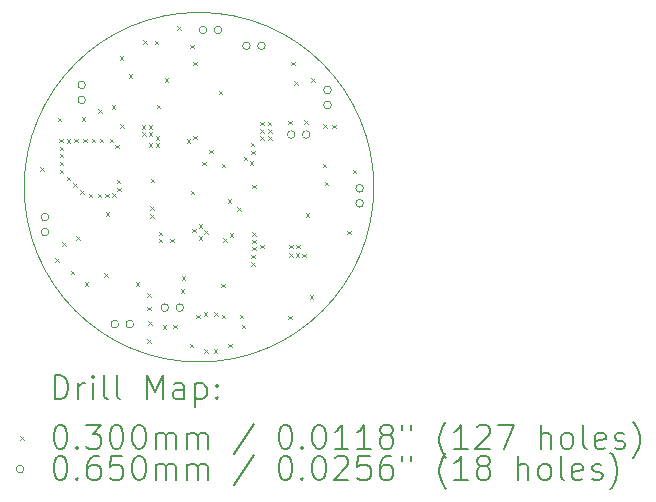
<source format=gbr>
%TF.GenerationSoftware,KiCad,Pcbnew,8.0.6*%
%TF.CreationDate,2025-07-21T23:47:09+02:00*%
%TF.ProjectId,STM32,53544d33-322e-46b6-9963-61645f706362,rev?*%
%TF.SameCoordinates,Original*%
%TF.FileFunction,Drillmap*%
%TF.FilePolarity,Positive*%
%FSLAX45Y45*%
G04 Gerber Fmt 4.5, Leading zero omitted, Abs format (unit mm)*
G04 Created by KiCad (PCBNEW 8.0.6) date 2025-07-21 23:47:09*
%MOMM*%
%LPD*%
G01*
G04 APERTURE LIST*
%ADD10C,0.050000*%
%ADD11C,0.200000*%
%ADD12C,0.100000*%
G04 APERTURE END LIST*
D10*
X15622000Y-8594000D02*
G75*
G02*
X12662000Y-8594000I-1480000J0D01*
G01*
X12662000Y-8594000D02*
G75*
G02*
X15622000Y-8594000I1480000J0D01*
G01*
D11*
D12*
X12797500Y-8425000D02*
X12827500Y-8455000D01*
X12827500Y-8425000D02*
X12797500Y-8455000D01*
X12922500Y-9197500D02*
X12952500Y-9227500D01*
X12952500Y-9197500D02*
X12922500Y-9227500D01*
X12945000Y-8007500D02*
X12975000Y-8037500D01*
X12975000Y-8007500D02*
X12945000Y-8037500D01*
X12960000Y-8185000D02*
X12990000Y-8215000D01*
X12990000Y-8185000D02*
X12960000Y-8215000D01*
X12961000Y-8250000D02*
X12991000Y-8280000D01*
X12991000Y-8250000D02*
X12961000Y-8280000D01*
X12962000Y-8312000D02*
X12992000Y-8342000D01*
X12992000Y-8312000D02*
X12962000Y-8342000D01*
X12962000Y-8380000D02*
X12992000Y-8410000D01*
X12992000Y-8380000D02*
X12962000Y-8410000D01*
X12963000Y-8446000D02*
X12993000Y-8476000D01*
X12993000Y-8446000D02*
X12963000Y-8476000D01*
X12983000Y-9059000D02*
X13013000Y-9089000D01*
X13013000Y-9059000D02*
X12983000Y-9089000D01*
X13022000Y-8187000D02*
X13052000Y-8217000D01*
X13052000Y-8187000D02*
X13022000Y-8217000D01*
X13022500Y-8505500D02*
X13052500Y-8535500D01*
X13052500Y-8505500D02*
X13022500Y-8535500D01*
X13055000Y-9302500D02*
X13085000Y-9332500D01*
X13085000Y-9302500D02*
X13055000Y-9332500D01*
X13076500Y-8559500D02*
X13106500Y-8589500D01*
X13106500Y-8559500D02*
X13076500Y-8589500D01*
X13085000Y-8185000D02*
X13115000Y-8215000D01*
X13115000Y-8185000D02*
X13085000Y-8215000D01*
X13104000Y-9009000D02*
X13134000Y-9039000D01*
X13134000Y-9009000D02*
X13104000Y-9039000D01*
X13138000Y-8621000D02*
X13168000Y-8651000D01*
X13168000Y-8621000D02*
X13138000Y-8651000D01*
X13147500Y-8002500D02*
X13177500Y-8032500D01*
X13177500Y-8002500D02*
X13147500Y-8032500D01*
X13160000Y-8185000D02*
X13190000Y-8215000D01*
X13190000Y-8185000D02*
X13160000Y-8215000D01*
X13173000Y-9399000D02*
X13203000Y-9429000D01*
X13203000Y-9399000D02*
X13173000Y-9429000D01*
X13210000Y-8649000D02*
X13240000Y-8679000D01*
X13240000Y-8649000D02*
X13210000Y-8679000D01*
X13235000Y-8185000D02*
X13265000Y-8215000D01*
X13265000Y-8185000D02*
X13235000Y-8215000D01*
X13283000Y-8648000D02*
X13313000Y-8678000D01*
X13313000Y-8648000D02*
X13283000Y-8678000D01*
X13290000Y-7935000D02*
X13320000Y-7965000D01*
X13320000Y-7935000D02*
X13290000Y-7965000D01*
X13300000Y-8185000D02*
X13330000Y-8215000D01*
X13330000Y-8185000D02*
X13300000Y-8215000D01*
X13341000Y-9321000D02*
X13371000Y-9351000D01*
X13371000Y-9321000D02*
X13341000Y-9351000D01*
X13346000Y-8648000D02*
X13376000Y-8678000D01*
X13376000Y-8648000D02*
X13346000Y-8678000D01*
X13352000Y-8807000D02*
X13382000Y-8837000D01*
X13382000Y-8807000D02*
X13352000Y-8837000D01*
X13385000Y-8185000D02*
X13415000Y-8215000D01*
X13415000Y-8185000D02*
X13385000Y-8215000D01*
X13403500Y-7899750D02*
X13433500Y-7929750D01*
X13433500Y-7899750D02*
X13403500Y-7929750D01*
X13407000Y-8646000D02*
X13437000Y-8676000D01*
X13437000Y-8646000D02*
X13407000Y-8676000D01*
X13435000Y-8235000D02*
X13465000Y-8265000D01*
X13465000Y-8235000D02*
X13435000Y-8265000D01*
X13447000Y-8530000D02*
X13477000Y-8560000D01*
X13477000Y-8530000D02*
X13447000Y-8560000D01*
X13448000Y-8600000D02*
X13478000Y-8630000D01*
X13478000Y-8600000D02*
X13448000Y-8630000D01*
X13470000Y-7485000D02*
X13500000Y-7515000D01*
X13500000Y-7485000D02*
X13470000Y-7515000D01*
X13475000Y-8060000D02*
X13505000Y-8090000D01*
X13505000Y-8060000D02*
X13475000Y-8090000D01*
X13547500Y-7636750D02*
X13577500Y-7666750D01*
X13577500Y-7636750D02*
X13547500Y-7666750D01*
X13608000Y-9398000D02*
X13638000Y-9428000D01*
X13638000Y-9398000D02*
X13608000Y-9428000D01*
X13659000Y-8071000D02*
X13689000Y-8101000D01*
X13689000Y-8071000D02*
X13659000Y-8101000D01*
X13661000Y-8129000D02*
X13691000Y-8159000D01*
X13691000Y-8129000D02*
X13661000Y-8159000D01*
X13667500Y-7350000D02*
X13697500Y-7380000D01*
X13697500Y-7350000D02*
X13667500Y-7380000D01*
X13705000Y-9492500D02*
X13735000Y-9522500D01*
X13735000Y-9492500D02*
X13705000Y-9522500D01*
X13705000Y-9607500D02*
X13735000Y-9637500D01*
X13735000Y-9607500D02*
X13705000Y-9637500D01*
X13705000Y-9882500D02*
X13735000Y-9912500D01*
X13735000Y-9882500D02*
X13705000Y-9912500D01*
X13712500Y-9730000D02*
X13742500Y-9760000D01*
X13742500Y-9730000D02*
X13712500Y-9760000D01*
X13715000Y-8070000D02*
X13745000Y-8100000D01*
X13745000Y-8070000D02*
X13715000Y-8100000D01*
X13715000Y-8223000D02*
X13745000Y-8253000D01*
X13745000Y-8223000D02*
X13715000Y-8253000D01*
X13716000Y-8128000D02*
X13746000Y-8158000D01*
X13746000Y-8128000D02*
X13716000Y-8158000D01*
X13728000Y-8755000D02*
X13758000Y-8785000D01*
X13758000Y-8755000D02*
X13728000Y-8785000D01*
X13728000Y-8825000D02*
X13758000Y-8855000D01*
X13758000Y-8825000D02*
X13728000Y-8855000D01*
X13732000Y-8524000D02*
X13762000Y-8554000D01*
X13762000Y-8524000D02*
X13732000Y-8554000D01*
X13767500Y-7352500D02*
X13797500Y-7382500D01*
X13797500Y-7352500D02*
X13767500Y-7382500D01*
X13774000Y-8221000D02*
X13804000Y-8251000D01*
X13804000Y-8221000D02*
X13774000Y-8251000D01*
X13777000Y-8161000D02*
X13807000Y-8191000D01*
X13807000Y-8161000D02*
X13777000Y-8191000D01*
X13785000Y-7897500D02*
X13815000Y-7927500D01*
X13815000Y-7897500D02*
X13785000Y-7927500D01*
X13801000Y-8972000D02*
X13831000Y-9002000D01*
X13831000Y-8972000D02*
X13801000Y-9002000D01*
X13802000Y-9030000D02*
X13832000Y-9060000D01*
X13832000Y-9030000D02*
X13802000Y-9060000D01*
X13835000Y-9765000D02*
X13865000Y-9795000D01*
X13865000Y-9765000D02*
X13835000Y-9795000D01*
X13852500Y-7670000D02*
X13882500Y-7700000D01*
X13882500Y-7670000D02*
X13852500Y-7700000D01*
X13897000Y-9029000D02*
X13927000Y-9059000D01*
X13927000Y-9029000D02*
X13897000Y-9059000D01*
X13923000Y-9758000D02*
X13953000Y-9788000D01*
X13953000Y-9758000D02*
X13923000Y-9788000D01*
X13957500Y-7232500D02*
X13987500Y-7262500D01*
X13987500Y-7232500D02*
X13957500Y-7262500D01*
X13988000Y-9457000D02*
X14018000Y-9487000D01*
X14018000Y-9457000D02*
X13988000Y-9487000D01*
X13997000Y-9350000D02*
X14027000Y-9380000D01*
X14027000Y-9350000D02*
X13997000Y-9380000D01*
X14038000Y-8190000D02*
X14068000Y-8220000D01*
X14068000Y-8190000D02*
X14038000Y-8220000D01*
X14063995Y-9919000D02*
X14093995Y-9949000D01*
X14093995Y-9919000D02*
X14063995Y-9949000D01*
X14067000Y-7388000D02*
X14097000Y-7418000D01*
X14097000Y-7388000D02*
X14067000Y-7418000D01*
X14072500Y-8625000D02*
X14102500Y-8655000D01*
X14102500Y-8625000D02*
X14072500Y-8655000D01*
X14084000Y-8946000D02*
X14114000Y-8976000D01*
X14114000Y-8946000D02*
X14084000Y-8976000D01*
X14092000Y-7530000D02*
X14122000Y-7560000D01*
X14122000Y-7530000D02*
X14092000Y-7560000D01*
X14095000Y-8158000D02*
X14125000Y-8188000D01*
X14125000Y-8158000D02*
X14095000Y-8188000D01*
X14120000Y-9672000D02*
X14150000Y-9702000D01*
X14150000Y-9672000D02*
X14120000Y-9702000D01*
X14140000Y-8907000D02*
X14170000Y-8937000D01*
X14170000Y-8907000D02*
X14140000Y-8937000D01*
X14140000Y-9008000D02*
X14170000Y-9038000D01*
X14170000Y-9008000D02*
X14140000Y-9038000D01*
X14170500Y-8377500D02*
X14200500Y-8407500D01*
X14200500Y-8377500D02*
X14170500Y-8407500D01*
X14182995Y-9652930D02*
X14212995Y-9682930D01*
X14212995Y-9652930D02*
X14182995Y-9682930D01*
X14186995Y-9967000D02*
X14216995Y-9997000D01*
X14216995Y-9967000D02*
X14186995Y-9997000D01*
X14188000Y-8960000D02*
X14218000Y-8990000D01*
X14218000Y-8960000D02*
X14188000Y-8990000D01*
X14228000Y-8278000D02*
X14258000Y-8308000D01*
X14258000Y-8278000D02*
X14228000Y-8308000D01*
X14266995Y-9965000D02*
X14296995Y-9995000D01*
X14296995Y-9965000D02*
X14266995Y-9995000D01*
X14268995Y-9650930D02*
X14298995Y-9680930D01*
X14298995Y-9650930D02*
X14268995Y-9680930D01*
X14309500Y-7778000D02*
X14339500Y-7808000D01*
X14339500Y-7778000D02*
X14309500Y-7808000D01*
X14331000Y-9412000D02*
X14361000Y-9442000D01*
X14361000Y-9412000D02*
X14331000Y-9442000D01*
X14335500Y-8395000D02*
X14365500Y-8425000D01*
X14365500Y-8395000D02*
X14335500Y-8425000D01*
X14336000Y-9672000D02*
X14366000Y-9702000D01*
X14366000Y-9672000D02*
X14336000Y-9702000D01*
X14348500Y-9024000D02*
X14378500Y-9054000D01*
X14378500Y-9024000D02*
X14348500Y-9054000D01*
X14385000Y-8695000D02*
X14415000Y-8725000D01*
X14415000Y-8695000D02*
X14385000Y-8725000D01*
X14389995Y-9919000D02*
X14419995Y-9949000D01*
X14419995Y-9919000D02*
X14389995Y-9949000D01*
X14404000Y-8986000D02*
X14434000Y-9016000D01*
X14434000Y-8986000D02*
X14404000Y-9016000D01*
X14464000Y-8762000D02*
X14494000Y-8792000D01*
X14494000Y-8762000D02*
X14464000Y-8792000D01*
X14487000Y-9674000D02*
X14517000Y-9704000D01*
X14517000Y-9674000D02*
X14487000Y-9704000D01*
X14503000Y-9757930D02*
X14533000Y-9787930D01*
X14533000Y-9757930D02*
X14503000Y-9787930D01*
X14520000Y-8336000D02*
X14550000Y-8366000D01*
X14550000Y-8336000D02*
X14520000Y-8366000D01*
X14572000Y-8375000D02*
X14602000Y-8405000D01*
X14602000Y-8375000D02*
X14572000Y-8405000D01*
X14578670Y-8217079D02*
X14608670Y-8247079D01*
X14608670Y-8217079D02*
X14578670Y-8247079D01*
X14582000Y-8287000D02*
X14612000Y-8317000D01*
X14612000Y-8287000D02*
X14582000Y-8317000D01*
X14584000Y-9166000D02*
X14614000Y-9196000D01*
X14614000Y-9166000D02*
X14584000Y-9196000D01*
X14585000Y-9231000D02*
X14615000Y-9261000D01*
X14615000Y-9231000D02*
X14585000Y-9261000D01*
X14592000Y-9037000D02*
X14622000Y-9067000D01*
X14622000Y-9037000D02*
X14592000Y-9067000D01*
X14592500Y-8575000D02*
X14622500Y-8605000D01*
X14622500Y-8575000D02*
X14592500Y-8605000D01*
X14593000Y-8977000D02*
X14623000Y-9007000D01*
X14623000Y-8977000D02*
X14593000Y-9007000D01*
X14593000Y-9097000D02*
X14623000Y-9127000D01*
X14623000Y-9097000D02*
X14593000Y-9127000D01*
X14659000Y-8039000D02*
X14689000Y-8069000D01*
X14689000Y-8039000D02*
X14659000Y-8069000D01*
X14659000Y-9081000D02*
X14689000Y-9111000D01*
X14689000Y-9081000D02*
X14659000Y-9111000D01*
X14660000Y-8102000D02*
X14690000Y-8132000D01*
X14690000Y-8102000D02*
X14660000Y-8132000D01*
X14660000Y-8161000D02*
X14690000Y-8191000D01*
X14690000Y-8161000D02*
X14660000Y-8191000D01*
X14725000Y-8039000D02*
X14755000Y-8069000D01*
X14755000Y-8039000D02*
X14725000Y-8069000D01*
X14726000Y-8162000D02*
X14756000Y-8192000D01*
X14756000Y-8162000D02*
X14726000Y-8192000D01*
X14727000Y-8101000D02*
X14757000Y-8131000D01*
X14757000Y-8101000D02*
X14727000Y-8131000D01*
X14898000Y-9684000D02*
X14928000Y-9714000D01*
X14928000Y-9684000D02*
X14898000Y-9714000D01*
X14899000Y-8030000D02*
X14929000Y-8060000D01*
X14929000Y-8030000D02*
X14899000Y-8060000D01*
X14907000Y-9081000D02*
X14937000Y-9111000D01*
X14937000Y-9081000D02*
X14907000Y-9111000D01*
X14907000Y-9154000D02*
X14937000Y-9184000D01*
X14937000Y-9154000D02*
X14907000Y-9184000D01*
X14925000Y-7532500D02*
X14955000Y-7562500D01*
X14955000Y-7532500D02*
X14925000Y-7562500D01*
X14950000Y-7695000D02*
X14980000Y-7725000D01*
X14980000Y-7695000D02*
X14950000Y-7725000D01*
X14962000Y-9155000D02*
X14992000Y-9185000D01*
X14992000Y-9155000D02*
X14962000Y-9185000D01*
X14966000Y-9081000D02*
X14996000Y-9111000D01*
X14996000Y-9081000D02*
X14966000Y-9111000D01*
X15017000Y-9156000D02*
X15047000Y-9186000D01*
X15047000Y-9156000D02*
X15017000Y-9186000D01*
X15032000Y-8029000D02*
X15062000Y-8059000D01*
X15062000Y-8029000D02*
X15032000Y-8059000D01*
X15046000Y-8814000D02*
X15076000Y-8844000D01*
X15076000Y-8814000D02*
X15046000Y-8844000D01*
X15080000Y-9510000D02*
X15110000Y-9540000D01*
X15110000Y-9510000D02*
X15080000Y-9540000D01*
X15090000Y-7671000D02*
X15120000Y-7701000D01*
X15120000Y-7671000D02*
X15090000Y-7701000D01*
X15190000Y-8395000D02*
X15220000Y-8425000D01*
X15220000Y-8395000D02*
X15190000Y-8425000D01*
X15195000Y-8062000D02*
X15225000Y-8092000D01*
X15225000Y-8062000D02*
X15195000Y-8092000D01*
X15206000Y-8548000D02*
X15236000Y-8578000D01*
X15236000Y-8548000D02*
X15206000Y-8578000D01*
X15269000Y-8064000D02*
X15299000Y-8094000D01*
X15299000Y-8064000D02*
X15269000Y-8094000D01*
X15395000Y-8962500D02*
X15425000Y-8992500D01*
X15425000Y-8962500D02*
X15395000Y-8992500D01*
X15445000Y-8445000D02*
X15475000Y-8475000D01*
X15475000Y-8445000D02*
X15445000Y-8475000D01*
X12870500Y-8847000D02*
G75*
G02*
X12805500Y-8847000I-32500J0D01*
G01*
X12805500Y-8847000D02*
G75*
G02*
X12870500Y-8847000I32500J0D01*
G01*
X12870500Y-8974000D02*
G75*
G02*
X12805500Y-8974000I-32500J0D01*
G01*
X12805500Y-8974000D02*
G75*
G02*
X12870500Y-8974000I32500J0D01*
G01*
X13181500Y-7727750D02*
G75*
G02*
X13116500Y-7727750I-32500J0D01*
G01*
X13116500Y-7727750D02*
G75*
G02*
X13181500Y-7727750I32500J0D01*
G01*
X13181500Y-7854750D02*
G75*
G02*
X13116500Y-7854750I-32500J0D01*
G01*
X13116500Y-7854750D02*
G75*
G02*
X13181500Y-7854750I32500J0D01*
G01*
X13461500Y-9752500D02*
G75*
G02*
X13396500Y-9752500I-32500J0D01*
G01*
X13396500Y-9752500D02*
G75*
G02*
X13461500Y-9752500I32500J0D01*
G01*
X13588500Y-9752500D02*
G75*
G02*
X13523500Y-9752500I-32500J0D01*
G01*
X13523500Y-9752500D02*
G75*
G02*
X13588500Y-9752500I32500J0D01*
G01*
X13885500Y-9614000D02*
G75*
G02*
X13820500Y-9614000I-32500J0D01*
G01*
X13820500Y-9614000D02*
G75*
G02*
X13885500Y-9614000I32500J0D01*
G01*
X14012500Y-9614000D02*
G75*
G02*
X13947500Y-9614000I-32500J0D01*
G01*
X13947500Y-9614000D02*
G75*
G02*
X14012500Y-9614000I32500J0D01*
G01*
X14208000Y-7263000D02*
G75*
G02*
X14143000Y-7263000I-32500J0D01*
G01*
X14143000Y-7263000D02*
G75*
G02*
X14208000Y-7263000I32500J0D01*
G01*
X14335000Y-7263000D02*
G75*
G02*
X14270000Y-7263000I-32500J0D01*
G01*
X14270000Y-7263000D02*
G75*
G02*
X14335000Y-7263000I32500J0D01*
G01*
X14576000Y-7397000D02*
G75*
G02*
X14511000Y-7397000I-32500J0D01*
G01*
X14511000Y-7397000D02*
G75*
G02*
X14576000Y-7397000I32500J0D01*
G01*
X14703000Y-7397000D02*
G75*
G02*
X14638000Y-7397000I-32500J0D01*
G01*
X14638000Y-7397000D02*
G75*
G02*
X14703000Y-7397000I32500J0D01*
G01*
X14954000Y-8149000D02*
G75*
G02*
X14889000Y-8149000I-32500J0D01*
G01*
X14889000Y-8149000D02*
G75*
G02*
X14954000Y-8149000I32500J0D01*
G01*
X15081000Y-8149000D02*
G75*
G02*
X15016000Y-8149000I-32500J0D01*
G01*
X15016000Y-8149000D02*
G75*
G02*
X15081000Y-8149000I32500J0D01*
G01*
X15263000Y-7770500D02*
G75*
G02*
X15198000Y-7770500I-32500J0D01*
G01*
X15198000Y-7770500D02*
G75*
G02*
X15263000Y-7770500I32500J0D01*
G01*
X15263000Y-7897500D02*
G75*
G02*
X15198000Y-7897500I-32500J0D01*
G01*
X15198000Y-7897500D02*
G75*
G02*
X15263000Y-7897500I32500J0D01*
G01*
X15534000Y-8603500D02*
G75*
G02*
X15469000Y-8603500I-32500J0D01*
G01*
X15469000Y-8603500D02*
G75*
G02*
X15534000Y-8603500I32500J0D01*
G01*
X15534000Y-8730500D02*
G75*
G02*
X15469000Y-8730500I-32500J0D01*
G01*
X15469000Y-8730500D02*
G75*
G02*
X15534000Y-8730500I32500J0D01*
G01*
D11*
X12920277Y-10387984D02*
X12920277Y-10187984D01*
X12920277Y-10187984D02*
X12967896Y-10187984D01*
X12967896Y-10187984D02*
X12996467Y-10197508D01*
X12996467Y-10197508D02*
X13015515Y-10216555D01*
X13015515Y-10216555D02*
X13025039Y-10235603D01*
X13025039Y-10235603D02*
X13034562Y-10273698D01*
X13034562Y-10273698D02*
X13034562Y-10302270D01*
X13034562Y-10302270D02*
X13025039Y-10340365D01*
X13025039Y-10340365D02*
X13015515Y-10359412D01*
X13015515Y-10359412D02*
X12996467Y-10378460D01*
X12996467Y-10378460D02*
X12967896Y-10387984D01*
X12967896Y-10387984D02*
X12920277Y-10387984D01*
X13120277Y-10387984D02*
X13120277Y-10254650D01*
X13120277Y-10292746D02*
X13129801Y-10273698D01*
X13129801Y-10273698D02*
X13139324Y-10264174D01*
X13139324Y-10264174D02*
X13158372Y-10254650D01*
X13158372Y-10254650D02*
X13177420Y-10254650D01*
X13244086Y-10387984D02*
X13244086Y-10254650D01*
X13244086Y-10187984D02*
X13234562Y-10197508D01*
X13234562Y-10197508D02*
X13244086Y-10207031D01*
X13244086Y-10207031D02*
X13253610Y-10197508D01*
X13253610Y-10197508D02*
X13244086Y-10187984D01*
X13244086Y-10187984D02*
X13244086Y-10207031D01*
X13367896Y-10387984D02*
X13348848Y-10378460D01*
X13348848Y-10378460D02*
X13339324Y-10359412D01*
X13339324Y-10359412D02*
X13339324Y-10187984D01*
X13472658Y-10387984D02*
X13453610Y-10378460D01*
X13453610Y-10378460D02*
X13444086Y-10359412D01*
X13444086Y-10359412D02*
X13444086Y-10187984D01*
X13701229Y-10387984D02*
X13701229Y-10187984D01*
X13701229Y-10187984D02*
X13767896Y-10330841D01*
X13767896Y-10330841D02*
X13834562Y-10187984D01*
X13834562Y-10187984D02*
X13834562Y-10387984D01*
X14015515Y-10387984D02*
X14015515Y-10283222D01*
X14015515Y-10283222D02*
X14005991Y-10264174D01*
X14005991Y-10264174D02*
X13986943Y-10254650D01*
X13986943Y-10254650D02*
X13948848Y-10254650D01*
X13948848Y-10254650D02*
X13929801Y-10264174D01*
X14015515Y-10378460D02*
X13996467Y-10387984D01*
X13996467Y-10387984D02*
X13948848Y-10387984D01*
X13948848Y-10387984D02*
X13929801Y-10378460D01*
X13929801Y-10378460D02*
X13920277Y-10359412D01*
X13920277Y-10359412D02*
X13920277Y-10340365D01*
X13920277Y-10340365D02*
X13929801Y-10321317D01*
X13929801Y-10321317D02*
X13948848Y-10311793D01*
X13948848Y-10311793D02*
X13996467Y-10311793D01*
X13996467Y-10311793D02*
X14015515Y-10302270D01*
X14110753Y-10254650D02*
X14110753Y-10454650D01*
X14110753Y-10264174D02*
X14129801Y-10254650D01*
X14129801Y-10254650D02*
X14167896Y-10254650D01*
X14167896Y-10254650D02*
X14186943Y-10264174D01*
X14186943Y-10264174D02*
X14196467Y-10273698D01*
X14196467Y-10273698D02*
X14205991Y-10292746D01*
X14205991Y-10292746D02*
X14205991Y-10349889D01*
X14205991Y-10349889D02*
X14196467Y-10368936D01*
X14196467Y-10368936D02*
X14186943Y-10378460D01*
X14186943Y-10378460D02*
X14167896Y-10387984D01*
X14167896Y-10387984D02*
X14129801Y-10387984D01*
X14129801Y-10387984D02*
X14110753Y-10378460D01*
X14291705Y-10368936D02*
X14301229Y-10378460D01*
X14301229Y-10378460D02*
X14291705Y-10387984D01*
X14291705Y-10387984D02*
X14282182Y-10378460D01*
X14282182Y-10378460D02*
X14291705Y-10368936D01*
X14291705Y-10368936D02*
X14291705Y-10387984D01*
X14291705Y-10264174D02*
X14301229Y-10273698D01*
X14301229Y-10273698D02*
X14291705Y-10283222D01*
X14291705Y-10283222D02*
X14282182Y-10273698D01*
X14282182Y-10273698D02*
X14291705Y-10264174D01*
X14291705Y-10264174D02*
X14291705Y-10283222D01*
D12*
X12629500Y-10701500D02*
X12659500Y-10731500D01*
X12659500Y-10701500D02*
X12629500Y-10731500D01*
D11*
X12958372Y-10607984D02*
X12977420Y-10607984D01*
X12977420Y-10607984D02*
X12996467Y-10617508D01*
X12996467Y-10617508D02*
X13005991Y-10627031D01*
X13005991Y-10627031D02*
X13015515Y-10646079D01*
X13015515Y-10646079D02*
X13025039Y-10684174D01*
X13025039Y-10684174D02*
X13025039Y-10731793D01*
X13025039Y-10731793D02*
X13015515Y-10769889D01*
X13015515Y-10769889D02*
X13005991Y-10788936D01*
X13005991Y-10788936D02*
X12996467Y-10798460D01*
X12996467Y-10798460D02*
X12977420Y-10807984D01*
X12977420Y-10807984D02*
X12958372Y-10807984D01*
X12958372Y-10807984D02*
X12939324Y-10798460D01*
X12939324Y-10798460D02*
X12929801Y-10788936D01*
X12929801Y-10788936D02*
X12920277Y-10769889D01*
X12920277Y-10769889D02*
X12910753Y-10731793D01*
X12910753Y-10731793D02*
X12910753Y-10684174D01*
X12910753Y-10684174D02*
X12920277Y-10646079D01*
X12920277Y-10646079D02*
X12929801Y-10627031D01*
X12929801Y-10627031D02*
X12939324Y-10617508D01*
X12939324Y-10617508D02*
X12958372Y-10607984D01*
X13110753Y-10788936D02*
X13120277Y-10798460D01*
X13120277Y-10798460D02*
X13110753Y-10807984D01*
X13110753Y-10807984D02*
X13101229Y-10798460D01*
X13101229Y-10798460D02*
X13110753Y-10788936D01*
X13110753Y-10788936D02*
X13110753Y-10807984D01*
X13186943Y-10607984D02*
X13310753Y-10607984D01*
X13310753Y-10607984D02*
X13244086Y-10684174D01*
X13244086Y-10684174D02*
X13272658Y-10684174D01*
X13272658Y-10684174D02*
X13291705Y-10693698D01*
X13291705Y-10693698D02*
X13301229Y-10703222D01*
X13301229Y-10703222D02*
X13310753Y-10722270D01*
X13310753Y-10722270D02*
X13310753Y-10769889D01*
X13310753Y-10769889D02*
X13301229Y-10788936D01*
X13301229Y-10788936D02*
X13291705Y-10798460D01*
X13291705Y-10798460D02*
X13272658Y-10807984D01*
X13272658Y-10807984D02*
X13215515Y-10807984D01*
X13215515Y-10807984D02*
X13196467Y-10798460D01*
X13196467Y-10798460D02*
X13186943Y-10788936D01*
X13434562Y-10607984D02*
X13453610Y-10607984D01*
X13453610Y-10607984D02*
X13472658Y-10617508D01*
X13472658Y-10617508D02*
X13482182Y-10627031D01*
X13482182Y-10627031D02*
X13491705Y-10646079D01*
X13491705Y-10646079D02*
X13501229Y-10684174D01*
X13501229Y-10684174D02*
X13501229Y-10731793D01*
X13501229Y-10731793D02*
X13491705Y-10769889D01*
X13491705Y-10769889D02*
X13482182Y-10788936D01*
X13482182Y-10788936D02*
X13472658Y-10798460D01*
X13472658Y-10798460D02*
X13453610Y-10807984D01*
X13453610Y-10807984D02*
X13434562Y-10807984D01*
X13434562Y-10807984D02*
X13415515Y-10798460D01*
X13415515Y-10798460D02*
X13405991Y-10788936D01*
X13405991Y-10788936D02*
X13396467Y-10769889D01*
X13396467Y-10769889D02*
X13386943Y-10731793D01*
X13386943Y-10731793D02*
X13386943Y-10684174D01*
X13386943Y-10684174D02*
X13396467Y-10646079D01*
X13396467Y-10646079D02*
X13405991Y-10627031D01*
X13405991Y-10627031D02*
X13415515Y-10617508D01*
X13415515Y-10617508D02*
X13434562Y-10607984D01*
X13625039Y-10607984D02*
X13644086Y-10607984D01*
X13644086Y-10607984D02*
X13663134Y-10617508D01*
X13663134Y-10617508D02*
X13672658Y-10627031D01*
X13672658Y-10627031D02*
X13682182Y-10646079D01*
X13682182Y-10646079D02*
X13691705Y-10684174D01*
X13691705Y-10684174D02*
X13691705Y-10731793D01*
X13691705Y-10731793D02*
X13682182Y-10769889D01*
X13682182Y-10769889D02*
X13672658Y-10788936D01*
X13672658Y-10788936D02*
X13663134Y-10798460D01*
X13663134Y-10798460D02*
X13644086Y-10807984D01*
X13644086Y-10807984D02*
X13625039Y-10807984D01*
X13625039Y-10807984D02*
X13605991Y-10798460D01*
X13605991Y-10798460D02*
X13596467Y-10788936D01*
X13596467Y-10788936D02*
X13586943Y-10769889D01*
X13586943Y-10769889D02*
X13577420Y-10731793D01*
X13577420Y-10731793D02*
X13577420Y-10684174D01*
X13577420Y-10684174D02*
X13586943Y-10646079D01*
X13586943Y-10646079D02*
X13596467Y-10627031D01*
X13596467Y-10627031D02*
X13605991Y-10617508D01*
X13605991Y-10617508D02*
X13625039Y-10607984D01*
X13777420Y-10807984D02*
X13777420Y-10674650D01*
X13777420Y-10693698D02*
X13786943Y-10684174D01*
X13786943Y-10684174D02*
X13805991Y-10674650D01*
X13805991Y-10674650D02*
X13834563Y-10674650D01*
X13834563Y-10674650D02*
X13853610Y-10684174D01*
X13853610Y-10684174D02*
X13863134Y-10703222D01*
X13863134Y-10703222D02*
X13863134Y-10807984D01*
X13863134Y-10703222D02*
X13872658Y-10684174D01*
X13872658Y-10684174D02*
X13891705Y-10674650D01*
X13891705Y-10674650D02*
X13920277Y-10674650D01*
X13920277Y-10674650D02*
X13939324Y-10684174D01*
X13939324Y-10684174D02*
X13948848Y-10703222D01*
X13948848Y-10703222D02*
X13948848Y-10807984D01*
X14044086Y-10807984D02*
X14044086Y-10674650D01*
X14044086Y-10693698D02*
X14053610Y-10684174D01*
X14053610Y-10684174D02*
X14072658Y-10674650D01*
X14072658Y-10674650D02*
X14101229Y-10674650D01*
X14101229Y-10674650D02*
X14120277Y-10684174D01*
X14120277Y-10684174D02*
X14129801Y-10703222D01*
X14129801Y-10703222D02*
X14129801Y-10807984D01*
X14129801Y-10703222D02*
X14139324Y-10684174D01*
X14139324Y-10684174D02*
X14158372Y-10674650D01*
X14158372Y-10674650D02*
X14186943Y-10674650D01*
X14186943Y-10674650D02*
X14205991Y-10684174D01*
X14205991Y-10684174D02*
X14215515Y-10703222D01*
X14215515Y-10703222D02*
X14215515Y-10807984D01*
X14605991Y-10598460D02*
X14434563Y-10855603D01*
X14863134Y-10607984D02*
X14882182Y-10607984D01*
X14882182Y-10607984D02*
X14901229Y-10617508D01*
X14901229Y-10617508D02*
X14910753Y-10627031D01*
X14910753Y-10627031D02*
X14920277Y-10646079D01*
X14920277Y-10646079D02*
X14929801Y-10684174D01*
X14929801Y-10684174D02*
X14929801Y-10731793D01*
X14929801Y-10731793D02*
X14920277Y-10769889D01*
X14920277Y-10769889D02*
X14910753Y-10788936D01*
X14910753Y-10788936D02*
X14901229Y-10798460D01*
X14901229Y-10798460D02*
X14882182Y-10807984D01*
X14882182Y-10807984D02*
X14863134Y-10807984D01*
X14863134Y-10807984D02*
X14844086Y-10798460D01*
X14844086Y-10798460D02*
X14834563Y-10788936D01*
X14834563Y-10788936D02*
X14825039Y-10769889D01*
X14825039Y-10769889D02*
X14815515Y-10731793D01*
X14815515Y-10731793D02*
X14815515Y-10684174D01*
X14815515Y-10684174D02*
X14825039Y-10646079D01*
X14825039Y-10646079D02*
X14834563Y-10627031D01*
X14834563Y-10627031D02*
X14844086Y-10617508D01*
X14844086Y-10617508D02*
X14863134Y-10607984D01*
X15015515Y-10788936D02*
X15025039Y-10798460D01*
X15025039Y-10798460D02*
X15015515Y-10807984D01*
X15015515Y-10807984D02*
X15005991Y-10798460D01*
X15005991Y-10798460D02*
X15015515Y-10788936D01*
X15015515Y-10788936D02*
X15015515Y-10807984D01*
X15148848Y-10607984D02*
X15167896Y-10607984D01*
X15167896Y-10607984D02*
X15186944Y-10617508D01*
X15186944Y-10617508D02*
X15196467Y-10627031D01*
X15196467Y-10627031D02*
X15205991Y-10646079D01*
X15205991Y-10646079D02*
X15215515Y-10684174D01*
X15215515Y-10684174D02*
X15215515Y-10731793D01*
X15215515Y-10731793D02*
X15205991Y-10769889D01*
X15205991Y-10769889D02*
X15196467Y-10788936D01*
X15196467Y-10788936D02*
X15186944Y-10798460D01*
X15186944Y-10798460D02*
X15167896Y-10807984D01*
X15167896Y-10807984D02*
X15148848Y-10807984D01*
X15148848Y-10807984D02*
X15129801Y-10798460D01*
X15129801Y-10798460D02*
X15120277Y-10788936D01*
X15120277Y-10788936D02*
X15110753Y-10769889D01*
X15110753Y-10769889D02*
X15101229Y-10731793D01*
X15101229Y-10731793D02*
X15101229Y-10684174D01*
X15101229Y-10684174D02*
X15110753Y-10646079D01*
X15110753Y-10646079D02*
X15120277Y-10627031D01*
X15120277Y-10627031D02*
X15129801Y-10617508D01*
X15129801Y-10617508D02*
X15148848Y-10607984D01*
X15405991Y-10807984D02*
X15291706Y-10807984D01*
X15348848Y-10807984D02*
X15348848Y-10607984D01*
X15348848Y-10607984D02*
X15329801Y-10636555D01*
X15329801Y-10636555D02*
X15310753Y-10655603D01*
X15310753Y-10655603D02*
X15291706Y-10665127D01*
X15596467Y-10807984D02*
X15482182Y-10807984D01*
X15539325Y-10807984D02*
X15539325Y-10607984D01*
X15539325Y-10607984D02*
X15520277Y-10636555D01*
X15520277Y-10636555D02*
X15501229Y-10655603D01*
X15501229Y-10655603D02*
X15482182Y-10665127D01*
X15710753Y-10693698D02*
X15691706Y-10684174D01*
X15691706Y-10684174D02*
X15682182Y-10674650D01*
X15682182Y-10674650D02*
X15672658Y-10655603D01*
X15672658Y-10655603D02*
X15672658Y-10646079D01*
X15672658Y-10646079D02*
X15682182Y-10627031D01*
X15682182Y-10627031D02*
X15691706Y-10617508D01*
X15691706Y-10617508D02*
X15710753Y-10607984D01*
X15710753Y-10607984D02*
X15748848Y-10607984D01*
X15748848Y-10607984D02*
X15767896Y-10617508D01*
X15767896Y-10617508D02*
X15777420Y-10627031D01*
X15777420Y-10627031D02*
X15786944Y-10646079D01*
X15786944Y-10646079D02*
X15786944Y-10655603D01*
X15786944Y-10655603D02*
X15777420Y-10674650D01*
X15777420Y-10674650D02*
X15767896Y-10684174D01*
X15767896Y-10684174D02*
X15748848Y-10693698D01*
X15748848Y-10693698D02*
X15710753Y-10693698D01*
X15710753Y-10693698D02*
X15691706Y-10703222D01*
X15691706Y-10703222D02*
X15682182Y-10712746D01*
X15682182Y-10712746D02*
X15672658Y-10731793D01*
X15672658Y-10731793D02*
X15672658Y-10769889D01*
X15672658Y-10769889D02*
X15682182Y-10788936D01*
X15682182Y-10788936D02*
X15691706Y-10798460D01*
X15691706Y-10798460D02*
X15710753Y-10807984D01*
X15710753Y-10807984D02*
X15748848Y-10807984D01*
X15748848Y-10807984D02*
X15767896Y-10798460D01*
X15767896Y-10798460D02*
X15777420Y-10788936D01*
X15777420Y-10788936D02*
X15786944Y-10769889D01*
X15786944Y-10769889D02*
X15786944Y-10731793D01*
X15786944Y-10731793D02*
X15777420Y-10712746D01*
X15777420Y-10712746D02*
X15767896Y-10703222D01*
X15767896Y-10703222D02*
X15748848Y-10693698D01*
X15863134Y-10607984D02*
X15863134Y-10646079D01*
X15939325Y-10607984D02*
X15939325Y-10646079D01*
X16234563Y-10884174D02*
X16225039Y-10874650D01*
X16225039Y-10874650D02*
X16205991Y-10846079D01*
X16205991Y-10846079D02*
X16196468Y-10827031D01*
X16196468Y-10827031D02*
X16186944Y-10798460D01*
X16186944Y-10798460D02*
X16177420Y-10750841D01*
X16177420Y-10750841D02*
X16177420Y-10712746D01*
X16177420Y-10712746D02*
X16186944Y-10665127D01*
X16186944Y-10665127D02*
X16196468Y-10636555D01*
X16196468Y-10636555D02*
X16205991Y-10617508D01*
X16205991Y-10617508D02*
X16225039Y-10588936D01*
X16225039Y-10588936D02*
X16234563Y-10579412D01*
X16415515Y-10807984D02*
X16301229Y-10807984D01*
X16358372Y-10807984D02*
X16358372Y-10607984D01*
X16358372Y-10607984D02*
X16339325Y-10636555D01*
X16339325Y-10636555D02*
X16320277Y-10655603D01*
X16320277Y-10655603D02*
X16301229Y-10665127D01*
X16491706Y-10627031D02*
X16501229Y-10617508D01*
X16501229Y-10617508D02*
X16520277Y-10607984D01*
X16520277Y-10607984D02*
X16567896Y-10607984D01*
X16567896Y-10607984D02*
X16586944Y-10617508D01*
X16586944Y-10617508D02*
X16596468Y-10627031D01*
X16596468Y-10627031D02*
X16605991Y-10646079D01*
X16605991Y-10646079D02*
X16605991Y-10665127D01*
X16605991Y-10665127D02*
X16596468Y-10693698D01*
X16596468Y-10693698D02*
X16482182Y-10807984D01*
X16482182Y-10807984D02*
X16605991Y-10807984D01*
X16672658Y-10607984D02*
X16805991Y-10607984D01*
X16805991Y-10607984D02*
X16720277Y-10807984D01*
X17034563Y-10807984D02*
X17034563Y-10607984D01*
X17120277Y-10807984D02*
X17120277Y-10703222D01*
X17120277Y-10703222D02*
X17110753Y-10684174D01*
X17110753Y-10684174D02*
X17091706Y-10674650D01*
X17091706Y-10674650D02*
X17063134Y-10674650D01*
X17063134Y-10674650D02*
X17044087Y-10684174D01*
X17044087Y-10684174D02*
X17034563Y-10693698D01*
X17244087Y-10807984D02*
X17225039Y-10798460D01*
X17225039Y-10798460D02*
X17215515Y-10788936D01*
X17215515Y-10788936D02*
X17205992Y-10769889D01*
X17205992Y-10769889D02*
X17205992Y-10712746D01*
X17205992Y-10712746D02*
X17215515Y-10693698D01*
X17215515Y-10693698D02*
X17225039Y-10684174D01*
X17225039Y-10684174D02*
X17244087Y-10674650D01*
X17244087Y-10674650D02*
X17272658Y-10674650D01*
X17272658Y-10674650D02*
X17291706Y-10684174D01*
X17291706Y-10684174D02*
X17301230Y-10693698D01*
X17301230Y-10693698D02*
X17310753Y-10712746D01*
X17310753Y-10712746D02*
X17310753Y-10769889D01*
X17310753Y-10769889D02*
X17301230Y-10788936D01*
X17301230Y-10788936D02*
X17291706Y-10798460D01*
X17291706Y-10798460D02*
X17272658Y-10807984D01*
X17272658Y-10807984D02*
X17244087Y-10807984D01*
X17425039Y-10807984D02*
X17405992Y-10798460D01*
X17405992Y-10798460D02*
X17396468Y-10779412D01*
X17396468Y-10779412D02*
X17396468Y-10607984D01*
X17577420Y-10798460D02*
X17558373Y-10807984D01*
X17558373Y-10807984D02*
X17520277Y-10807984D01*
X17520277Y-10807984D02*
X17501230Y-10798460D01*
X17501230Y-10798460D02*
X17491706Y-10779412D01*
X17491706Y-10779412D02*
X17491706Y-10703222D01*
X17491706Y-10703222D02*
X17501230Y-10684174D01*
X17501230Y-10684174D02*
X17520277Y-10674650D01*
X17520277Y-10674650D02*
X17558373Y-10674650D01*
X17558373Y-10674650D02*
X17577420Y-10684174D01*
X17577420Y-10684174D02*
X17586944Y-10703222D01*
X17586944Y-10703222D02*
X17586944Y-10722270D01*
X17586944Y-10722270D02*
X17491706Y-10741317D01*
X17663134Y-10798460D02*
X17682182Y-10807984D01*
X17682182Y-10807984D02*
X17720277Y-10807984D01*
X17720277Y-10807984D02*
X17739325Y-10798460D01*
X17739325Y-10798460D02*
X17748849Y-10779412D01*
X17748849Y-10779412D02*
X17748849Y-10769889D01*
X17748849Y-10769889D02*
X17739325Y-10750841D01*
X17739325Y-10750841D02*
X17720277Y-10741317D01*
X17720277Y-10741317D02*
X17691706Y-10741317D01*
X17691706Y-10741317D02*
X17672658Y-10731793D01*
X17672658Y-10731793D02*
X17663134Y-10712746D01*
X17663134Y-10712746D02*
X17663134Y-10703222D01*
X17663134Y-10703222D02*
X17672658Y-10684174D01*
X17672658Y-10684174D02*
X17691706Y-10674650D01*
X17691706Y-10674650D02*
X17720277Y-10674650D01*
X17720277Y-10674650D02*
X17739325Y-10684174D01*
X17815515Y-10884174D02*
X17825039Y-10874650D01*
X17825039Y-10874650D02*
X17844087Y-10846079D01*
X17844087Y-10846079D02*
X17853611Y-10827031D01*
X17853611Y-10827031D02*
X17863134Y-10798460D01*
X17863134Y-10798460D02*
X17872658Y-10750841D01*
X17872658Y-10750841D02*
X17872658Y-10712746D01*
X17872658Y-10712746D02*
X17863134Y-10665127D01*
X17863134Y-10665127D02*
X17853611Y-10636555D01*
X17853611Y-10636555D02*
X17844087Y-10617508D01*
X17844087Y-10617508D02*
X17825039Y-10588936D01*
X17825039Y-10588936D02*
X17815515Y-10579412D01*
D12*
X12659500Y-10980500D02*
G75*
G02*
X12594500Y-10980500I-32500J0D01*
G01*
X12594500Y-10980500D02*
G75*
G02*
X12659500Y-10980500I32500J0D01*
G01*
D11*
X12958372Y-10871984D02*
X12977420Y-10871984D01*
X12977420Y-10871984D02*
X12996467Y-10881508D01*
X12996467Y-10881508D02*
X13005991Y-10891031D01*
X13005991Y-10891031D02*
X13015515Y-10910079D01*
X13015515Y-10910079D02*
X13025039Y-10948174D01*
X13025039Y-10948174D02*
X13025039Y-10995793D01*
X13025039Y-10995793D02*
X13015515Y-11033889D01*
X13015515Y-11033889D02*
X13005991Y-11052936D01*
X13005991Y-11052936D02*
X12996467Y-11062460D01*
X12996467Y-11062460D02*
X12977420Y-11071984D01*
X12977420Y-11071984D02*
X12958372Y-11071984D01*
X12958372Y-11071984D02*
X12939324Y-11062460D01*
X12939324Y-11062460D02*
X12929801Y-11052936D01*
X12929801Y-11052936D02*
X12920277Y-11033889D01*
X12920277Y-11033889D02*
X12910753Y-10995793D01*
X12910753Y-10995793D02*
X12910753Y-10948174D01*
X12910753Y-10948174D02*
X12920277Y-10910079D01*
X12920277Y-10910079D02*
X12929801Y-10891031D01*
X12929801Y-10891031D02*
X12939324Y-10881508D01*
X12939324Y-10881508D02*
X12958372Y-10871984D01*
X13110753Y-11052936D02*
X13120277Y-11062460D01*
X13120277Y-11062460D02*
X13110753Y-11071984D01*
X13110753Y-11071984D02*
X13101229Y-11062460D01*
X13101229Y-11062460D02*
X13110753Y-11052936D01*
X13110753Y-11052936D02*
X13110753Y-11071984D01*
X13291705Y-10871984D02*
X13253610Y-10871984D01*
X13253610Y-10871984D02*
X13234562Y-10881508D01*
X13234562Y-10881508D02*
X13225039Y-10891031D01*
X13225039Y-10891031D02*
X13205991Y-10919603D01*
X13205991Y-10919603D02*
X13196467Y-10957698D01*
X13196467Y-10957698D02*
X13196467Y-11033889D01*
X13196467Y-11033889D02*
X13205991Y-11052936D01*
X13205991Y-11052936D02*
X13215515Y-11062460D01*
X13215515Y-11062460D02*
X13234562Y-11071984D01*
X13234562Y-11071984D02*
X13272658Y-11071984D01*
X13272658Y-11071984D02*
X13291705Y-11062460D01*
X13291705Y-11062460D02*
X13301229Y-11052936D01*
X13301229Y-11052936D02*
X13310753Y-11033889D01*
X13310753Y-11033889D02*
X13310753Y-10986270D01*
X13310753Y-10986270D02*
X13301229Y-10967222D01*
X13301229Y-10967222D02*
X13291705Y-10957698D01*
X13291705Y-10957698D02*
X13272658Y-10948174D01*
X13272658Y-10948174D02*
X13234562Y-10948174D01*
X13234562Y-10948174D02*
X13215515Y-10957698D01*
X13215515Y-10957698D02*
X13205991Y-10967222D01*
X13205991Y-10967222D02*
X13196467Y-10986270D01*
X13491705Y-10871984D02*
X13396467Y-10871984D01*
X13396467Y-10871984D02*
X13386943Y-10967222D01*
X13386943Y-10967222D02*
X13396467Y-10957698D01*
X13396467Y-10957698D02*
X13415515Y-10948174D01*
X13415515Y-10948174D02*
X13463134Y-10948174D01*
X13463134Y-10948174D02*
X13482182Y-10957698D01*
X13482182Y-10957698D02*
X13491705Y-10967222D01*
X13491705Y-10967222D02*
X13501229Y-10986270D01*
X13501229Y-10986270D02*
X13501229Y-11033889D01*
X13501229Y-11033889D02*
X13491705Y-11052936D01*
X13491705Y-11052936D02*
X13482182Y-11062460D01*
X13482182Y-11062460D02*
X13463134Y-11071984D01*
X13463134Y-11071984D02*
X13415515Y-11071984D01*
X13415515Y-11071984D02*
X13396467Y-11062460D01*
X13396467Y-11062460D02*
X13386943Y-11052936D01*
X13625039Y-10871984D02*
X13644086Y-10871984D01*
X13644086Y-10871984D02*
X13663134Y-10881508D01*
X13663134Y-10881508D02*
X13672658Y-10891031D01*
X13672658Y-10891031D02*
X13682182Y-10910079D01*
X13682182Y-10910079D02*
X13691705Y-10948174D01*
X13691705Y-10948174D02*
X13691705Y-10995793D01*
X13691705Y-10995793D02*
X13682182Y-11033889D01*
X13682182Y-11033889D02*
X13672658Y-11052936D01*
X13672658Y-11052936D02*
X13663134Y-11062460D01*
X13663134Y-11062460D02*
X13644086Y-11071984D01*
X13644086Y-11071984D02*
X13625039Y-11071984D01*
X13625039Y-11071984D02*
X13605991Y-11062460D01*
X13605991Y-11062460D02*
X13596467Y-11052936D01*
X13596467Y-11052936D02*
X13586943Y-11033889D01*
X13586943Y-11033889D02*
X13577420Y-10995793D01*
X13577420Y-10995793D02*
X13577420Y-10948174D01*
X13577420Y-10948174D02*
X13586943Y-10910079D01*
X13586943Y-10910079D02*
X13596467Y-10891031D01*
X13596467Y-10891031D02*
X13605991Y-10881508D01*
X13605991Y-10881508D02*
X13625039Y-10871984D01*
X13777420Y-11071984D02*
X13777420Y-10938650D01*
X13777420Y-10957698D02*
X13786943Y-10948174D01*
X13786943Y-10948174D02*
X13805991Y-10938650D01*
X13805991Y-10938650D02*
X13834563Y-10938650D01*
X13834563Y-10938650D02*
X13853610Y-10948174D01*
X13853610Y-10948174D02*
X13863134Y-10967222D01*
X13863134Y-10967222D02*
X13863134Y-11071984D01*
X13863134Y-10967222D02*
X13872658Y-10948174D01*
X13872658Y-10948174D02*
X13891705Y-10938650D01*
X13891705Y-10938650D02*
X13920277Y-10938650D01*
X13920277Y-10938650D02*
X13939324Y-10948174D01*
X13939324Y-10948174D02*
X13948848Y-10967222D01*
X13948848Y-10967222D02*
X13948848Y-11071984D01*
X14044086Y-11071984D02*
X14044086Y-10938650D01*
X14044086Y-10957698D02*
X14053610Y-10948174D01*
X14053610Y-10948174D02*
X14072658Y-10938650D01*
X14072658Y-10938650D02*
X14101229Y-10938650D01*
X14101229Y-10938650D02*
X14120277Y-10948174D01*
X14120277Y-10948174D02*
X14129801Y-10967222D01*
X14129801Y-10967222D02*
X14129801Y-11071984D01*
X14129801Y-10967222D02*
X14139324Y-10948174D01*
X14139324Y-10948174D02*
X14158372Y-10938650D01*
X14158372Y-10938650D02*
X14186943Y-10938650D01*
X14186943Y-10938650D02*
X14205991Y-10948174D01*
X14205991Y-10948174D02*
X14215515Y-10967222D01*
X14215515Y-10967222D02*
X14215515Y-11071984D01*
X14605991Y-10862460D02*
X14434563Y-11119603D01*
X14863134Y-10871984D02*
X14882182Y-10871984D01*
X14882182Y-10871984D02*
X14901229Y-10881508D01*
X14901229Y-10881508D02*
X14910753Y-10891031D01*
X14910753Y-10891031D02*
X14920277Y-10910079D01*
X14920277Y-10910079D02*
X14929801Y-10948174D01*
X14929801Y-10948174D02*
X14929801Y-10995793D01*
X14929801Y-10995793D02*
X14920277Y-11033889D01*
X14920277Y-11033889D02*
X14910753Y-11052936D01*
X14910753Y-11052936D02*
X14901229Y-11062460D01*
X14901229Y-11062460D02*
X14882182Y-11071984D01*
X14882182Y-11071984D02*
X14863134Y-11071984D01*
X14863134Y-11071984D02*
X14844086Y-11062460D01*
X14844086Y-11062460D02*
X14834563Y-11052936D01*
X14834563Y-11052936D02*
X14825039Y-11033889D01*
X14825039Y-11033889D02*
X14815515Y-10995793D01*
X14815515Y-10995793D02*
X14815515Y-10948174D01*
X14815515Y-10948174D02*
X14825039Y-10910079D01*
X14825039Y-10910079D02*
X14834563Y-10891031D01*
X14834563Y-10891031D02*
X14844086Y-10881508D01*
X14844086Y-10881508D02*
X14863134Y-10871984D01*
X15015515Y-11052936D02*
X15025039Y-11062460D01*
X15025039Y-11062460D02*
X15015515Y-11071984D01*
X15015515Y-11071984D02*
X15005991Y-11062460D01*
X15005991Y-11062460D02*
X15015515Y-11052936D01*
X15015515Y-11052936D02*
X15015515Y-11071984D01*
X15148848Y-10871984D02*
X15167896Y-10871984D01*
X15167896Y-10871984D02*
X15186944Y-10881508D01*
X15186944Y-10881508D02*
X15196467Y-10891031D01*
X15196467Y-10891031D02*
X15205991Y-10910079D01*
X15205991Y-10910079D02*
X15215515Y-10948174D01*
X15215515Y-10948174D02*
X15215515Y-10995793D01*
X15215515Y-10995793D02*
X15205991Y-11033889D01*
X15205991Y-11033889D02*
X15196467Y-11052936D01*
X15196467Y-11052936D02*
X15186944Y-11062460D01*
X15186944Y-11062460D02*
X15167896Y-11071984D01*
X15167896Y-11071984D02*
X15148848Y-11071984D01*
X15148848Y-11071984D02*
X15129801Y-11062460D01*
X15129801Y-11062460D02*
X15120277Y-11052936D01*
X15120277Y-11052936D02*
X15110753Y-11033889D01*
X15110753Y-11033889D02*
X15101229Y-10995793D01*
X15101229Y-10995793D02*
X15101229Y-10948174D01*
X15101229Y-10948174D02*
X15110753Y-10910079D01*
X15110753Y-10910079D02*
X15120277Y-10891031D01*
X15120277Y-10891031D02*
X15129801Y-10881508D01*
X15129801Y-10881508D02*
X15148848Y-10871984D01*
X15291706Y-10891031D02*
X15301229Y-10881508D01*
X15301229Y-10881508D02*
X15320277Y-10871984D01*
X15320277Y-10871984D02*
X15367896Y-10871984D01*
X15367896Y-10871984D02*
X15386944Y-10881508D01*
X15386944Y-10881508D02*
X15396467Y-10891031D01*
X15396467Y-10891031D02*
X15405991Y-10910079D01*
X15405991Y-10910079D02*
X15405991Y-10929127D01*
X15405991Y-10929127D02*
X15396467Y-10957698D01*
X15396467Y-10957698D02*
X15282182Y-11071984D01*
X15282182Y-11071984D02*
X15405991Y-11071984D01*
X15586944Y-10871984D02*
X15491706Y-10871984D01*
X15491706Y-10871984D02*
X15482182Y-10967222D01*
X15482182Y-10967222D02*
X15491706Y-10957698D01*
X15491706Y-10957698D02*
X15510753Y-10948174D01*
X15510753Y-10948174D02*
X15558372Y-10948174D01*
X15558372Y-10948174D02*
X15577420Y-10957698D01*
X15577420Y-10957698D02*
X15586944Y-10967222D01*
X15586944Y-10967222D02*
X15596467Y-10986270D01*
X15596467Y-10986270D02*
X15596467Y-11033889D01*
X15596467Y-11033889D02*
X15586944Y-11052936D01*
X15586944Y-11052936D02*
X15577420Y-11062460D01*
X15577420Y-11062460D02*
X15558372Y-11071984D01*
X15558372Y-11071984D02*
X15510753Y-11071984D01*
X15510753Y-11071984D02*
X15491706Y-11062460D01*
X15491706Y-11062460D02*
X15482182Y-11052936D01*
X15767896Y-10871984D02*
X15729801Y-10871984D01*
X15729801Y-10871984D02*
X15710753Y-10881508D01*
X15710753Y-10881508D02*
X15701229Y-10891031D01*
X15701229Y-10891031D02*
X15682182Y-10919603D01*
X15682182Y-10919603D02*
X15672658Y-10957698D01*
X15672658Y-10957698D02*
X15672658Y-11033889D01*
X15672658Y-11033889D02*
X15682182Y-11052936D01*
X15682182Y-11052936D02*
X15691706Y-11062460D01*
X15691706Y-11062460D02*
X15710753Y-11071984D01*
X15710753Y-11071984D02*
X15748848Y-11071984D01*
X15748848Y-11071984D02*
X15767896Y-11062460D01*
X15767896Y-11062460D02*
X15777420Y-11052936D01*
X15777420Y-11052936D02*
X15786944Y-11033889D01*
X15786944Y-11033889D02*
X15786944Y-10986270D01*
X15786944Y-10986270D02*
X15777420Y-10967222D01*
X15777420Y-10967222D02*
X15767896Y-10957698D01*
X15767896Y-10957698D02*
X15748848Y-10948174D01*
X15748848Y-10948174D02*
X15710753Y-10948174D01*
X15710753Y-10948174D02*
X15691706Y-10957698D01*
X15691706Y-10957698D02*
X15682182Y-10967222D01*
X15682182Y-10967222D02*
X15672658Y-10986270D01*
X15863134Y-10871984D02*
X15863134Y-10910079D01*
X15939325Y-10871984D02*
X15939325Y-10910079D01*
X16234563Y-11148174D02*
X16225039Y-11138650D01*
X16225039Y-11138650D02*
X16205991Y-11110079D01*
X16205991Y-11110079D02*
X16196468Y-11091031D01*
X16196468Y-11091031D02*
X16186944Y-11062460D01*
X16186944Y-11062460D02*
X16177420Y-11014841D01*
X16177420Y-11014841D02*
X16177420Y-10976746D01*
X16177420Y-10976746D02*
X16186944Y-10929127D01*
X16186944Y-10929127D02*
X16196468Y-10900555D01*
X16196468Y-10900555D02*
X16205991Y-10881508D01*
X16205991Y-10881508D02*
X16225039Y-10852936D01*
X16225039Y-10852936D02*
X16234563Y-10843412D01*
X16415515Y-11071984D02*
X16301229Y-11071984D01*
X16358372Y-11071984D02*
X16358372Y-10871984D01*
X16358372Y-10871984D02*
X16339325Y-10900555D01*
X16339325Y-10900555D02*
X16320277Y-10919603D01*
X16320277Y-10919603D02*
X16301229Y-10929127D01*
X16529801Y-10957698D02*
X16510753Y-10948174D01*
X16510753Y-10948174D02*
X16501229Y-10938650D01*
X16501229Y-10938650D02*
X16491706Y-10919603D01*
X16491706Y-10919603D02*
X16491706Y-10910079D01*
X16491706Y-10910079D02*
X16501229Y-10891031D01*
X16501229Y-10891031D02*
X16510753Y-10881508D01*
X16510753Y-10881508D02*
X16529801Y-10871984D01*
X16529801Y-10871984D02*
X16567896Y-10871984D01*
X16567896Y-10871984D02*
X16586944Y-10881508D01*
X16586944Y-10881508D02*
X16596468Y-10891031D01*
X16596468Y-10891031D02*
X16605991Y-10910079D01*
X16605991Y-10910079D02*
X16605991Y-10919603D01*
X16605991Y-10919603D02*
X16596468Y-10938650D01*
X16596468Y-10938650D02*
X16586944Y-10948174D01*
X16586944Y-10948174D02*
X16567896Y-10957698D01*
X16567896Y-10957698D02*
X16529801Y-10957698D01*
X16529801Y-10957698D02*
X16510753Y-10967222D01*
X16510753Y-10967222D02*
X16501229Y-10976746D01*
X16501229Y-10976746D02*
X16491706Y-10995793D01*
X16491706Y-10995793D02*
X16491706Y-11033889D01*
X16491706Y-11033889D02*
X16501229Y-11052936D01*
X16501229Y-11052936D02*
X16510753Y-11062460D01*
X16510753Y-11062460D02*
X16529801Y-11071984D01*
X16529801Y-11071984D02*
X16567896Y-11071984D01*
X16567896Y-11071984D02*
X16586944Y-11062460D01*
X16586944Y-11062460D02*
X16596468Y-11052936D01*
X16596468Y-11052936D02*
X16605991Y-11033889D01*
X16605991Y-11033889D02*
X16605991Y-10995793D01*
X16605991Y-10995793D02*
X16596468Y-10976746D01*
X16596468Y-10976746D02*
X16586944Y-10967222D01*
X16586944Y-10967222D02*
X16567896Y-10957698D01*
X16844087Y-11071984D02*
X16844087Y-10871984D01*
X16929801Y-11071984D02*
X16929801Y-10967222D01*
X16929801Y-10967222D02*
X16920277Y-10948174D01*
X16920277Y-10948174D02*
X16901230Y-10938650D01*
X16901230Y-10938650D02*
X16872658Y-10938650D01*
X16872658Y-10938650D02*
X16853611Y-10948174D01*
X16853611Y-10948174D02*
X16844087Y-10957698D01*
X17053611Y-11071984D02*
X17034563Y-11062460D01*
X17034563Y-11062460D02*
X17025039Y-11052936D01*
X17025039Y-11052936D02*
X17015515Y-11033889D01*
X17015515Y-11033889D02*
X17015515Y-10976746D01*
X17015515Y-10976746D02*
X17025039Y-10957698D01*
X17025039Y-10957698D02*
X17034563Y-10948174D01*
X17034563Y-10948174D02*
X17053611Y-10938650D01*
X17053611Y-10938650D02*
X17082182Y-10938650D01*
X17082182Y-10938650D02*
X17101230Y-10948174D01*
X17101230Y-10948174D02*
X17110753Y-10957698D01*
X17110753Y-10957698D02*
X17120277Y-10976746D01*
X17120277Y-10976746D02*
X17120277Y-11033889D01*
X17120277Y-11033889D02*
X17110753Y-11052936D01*
X17110753Y-11052936D02*
X17101230Y-11062460D01*
X17101230Y-11062460D02*
X17082182Y-11071984D01*
X17082182Y-11071984D02*
X17053611Y-11071984D01*
X17234563Y-11071984D02*
X17215515Y-11062460D01*
X17215515Y-11062460D02*
X17205992Y-11043412D01*
X17205992Y-11043412D02*
X17205992Y-10871984D01*
X17386944Y-11062460D02*
X17367896Y-11071984D01*
X17367896Y-11071984D02*
X17329801Y-11071984D01*
X17329801Y-11071984D02*
X17310753Y-11062460D01*
X17310753Y-11062460D02*
X17301230Y-11043412D01*
X17301230Y-11043412D02*
X17301230Y-10967222D01*
X17301230Y-10967222D02*
X17310753Y-10948174D01*
X17310753Y-10948174D02*
X17329801Y-10938650D01*
X17329801Y-10938650D02*
X17367896Y-10938650D01*
X17367896Y-10938650D02*
X17386944Y-10948174D01*
X17386944Y-10948174D02*
X17396468Y-10967222D01*
X17396468Y-10967222D02*
X17396468Y-10986270D01*
X17396468Y-10986270D02*
X17301230Y-11005317D01*
X17472658Y-11062460D02*
X17491706Y-11071984D01*
X17491706Y-11071984D02*
X17529801Y-11071984D01*
X17529801Y-11071984D02*
X17548849Y-11062460D01*
X17548849Y-11062460D02*
X17558373Y-11043412D01*
X17558373Y-11043412D02*
X17558373Y-11033889D01*
X17558373Y-11033889D02*
X17548849Y-11014841D01*
X17548849Y-11014841D02*
X17529801Y-11005317D01*
X17529801Y-11005317D02*
X17501230Y-11005317D01*
X17501230Y-11005317D02*
X17482182Y-10995793D01*
X17482182Y-10995793D02*
X17472658Y-10976746D01*
X17472658Y-10976746D02*
X17472658Y-10967222D01*
X17472658Y-10967222D02*
X17482182Y-10948174D01*
X17482182Y-10948174D02*
X17501230Y-10938650D01*
X17501230Y-10938650D02*
X17529801Y-10938650D01*
X17529801Y-10938650D02*
X17548849Y-10948174D01*
X17625039Y-11148174D02*
X17634563Y-11138650D01*
X17634563Y-11138650D02*
X17653611Y-11110079D01*
X17653611Y-11110079D02*
X17663134Y-11091031D01*
X17663134Y-11091031D02*
X17672658Y-11062460D01*
X17672658Y-11062460D02*
X17682182Y-11014841D01*
X17682182Y-11014841D02*
X17682182Y-10976746D01*
X17682182Y-10976746D02*
X17672658Y-10929127D01*
X17672658Y-10929127D02*
X17663134Y-10900555D01*
X17663134Y-10900555D02*
X17653611Y-10881508D01*
X17653611Y-10881508D02*
X17634563Y-10852936D01*
X17634563Y-10852936D02*
X17625039Y-10843412D01*
M02*

</source>
